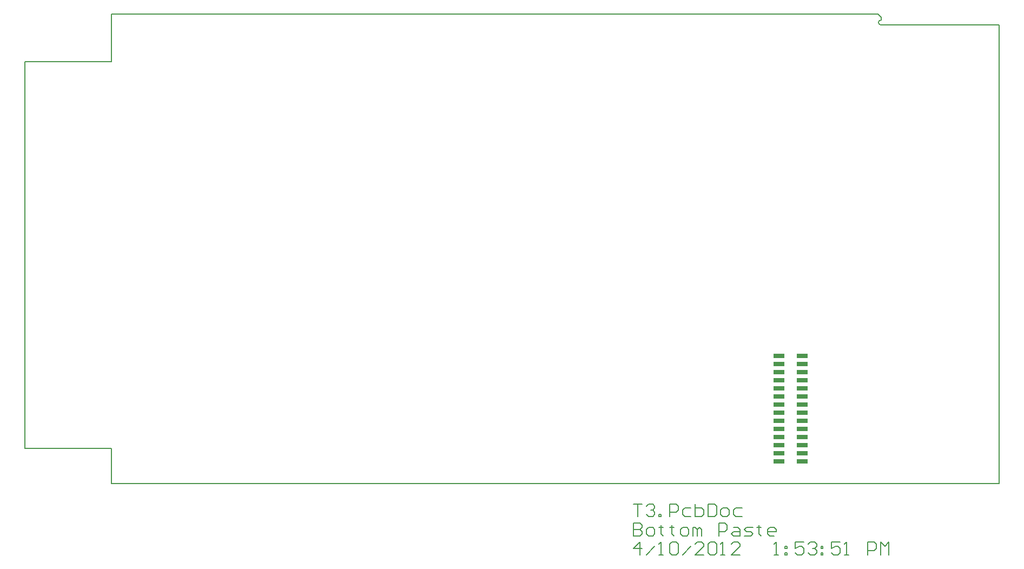
<source format=gbp>
%FSLAX44Y44*%
%MOMM*%
G71*
G01*
G75*
G04 Layer_Color=128*
%ADD10O,1.8000X0.4500*%
%ADD11R,0.5000X0.6000*%
%ADD12R,0.9000X0.8000*%
%ADD13R,0.6000X0.7000*%
%ADD14R,2.3000X0.5000*%
%ADD15R,2.5000X2.0000*%
%ADD16C,0.3810*%
%ADD17C,0.5080*%
%ADD18C,0.2540*%
%ADD19C,0.1270*%
%ADD20C,0.1524*%
%ADD21C,1.3970*%
%ADD22C,0.1270*%
%ADD23C,5.0000*%
%ADD24C,0.2000*%
%ADD25C,1.2700*%
%ADD26C,0.5588*%
%ADD27R,1.6764X0.7366*%
%ADD28O,1.9016X0.5516*%
%ADD29R,0.6016X0.7016*%
%ADD30R,1.0016X0.9016*%
%ADD31R,0.7016X0.8016*%
%ADD32R,2.4016X0.6016*%
%ADD33R,2.6016X2.1016*%
%ADD34C,1.4986*%
%ADD35C,0.2286*%
%ADD36C,5.1016*%
%ADD37C,0.3016*%
%ADD38C,1.3716*%
%ADD39C,0.6604*%
%ADD40R,1.7780X0.8382*%
D19*
X1340000Y725500D02*
G03*
X1340000Y718000I0J-3750D01*
G01*
X1525000Y0D02*
Y718000D01*
X136000Y735000D02*
X1335000D01*
X1340000Y730000D01*
Y725500D02*
Y730000D01*
Y718000D02*
X1525000D01*
X136000Y0D02*
Y55000D01*
X0D02*
X136000D01*
X0D02*
Y660500D01*
X136000D02*
Y735000D01*
X0Y660500D02*
X136000D01*
D20*
X952750Y-61756D02*
Y-81750D01*
X962747D01*
X966079Y-78418D01*
Y-75086D01*
X962747Y-71753D01*
X952750D01*
X962747D01*
X966079Y-68421D01*
Y-65089D01*
X962747Y-61756D01*
X952750D01*
X976076Y-81750D02*
X982740D01*
X986073Y-78418D01*
Y-71753D01*
X982740Y-68421D01*
X976076D01*
X972744Y-71753D01*
Y-78418D01*
X976076Y-81750D01*
X996069Y-65089D02*
Y-68421D01*
X992737D01*
X999402D01*
X996069D01*
Y-78418D01*
X999402Y-81750D01*
X1012731Y-65089D02*
Y-68421D01*
X1009398D01*
X1016063D01*
X1012731D01*
Y-78418D01*
X1016063Y-81750D01*
X1029392D02*
X1036056D01*
X1039389Y-78418D01*
Y-71753D01*
X1036056Y-68421D01*
X1029392D01*
X1026060Y-71753D01*
Y-78418D01*
X1029392Y-81750D01*
X1046053D02*
Y-68421D01*
X1049386D01*
X1052718Y-71753D01*
Y-81750D01*
Y-71753D01*
X1056050Y-68421D01*
X1059382Y-71753D01*
Y-81750D01*
X1086040D02*
Y-61756D01*
X1096037D01*
X1099369Y-65089D01*
Y-71753D01*
X1096037Y-75086D01*
X1086040D01*
X1109366Y-68421D02*
X1116031D01*
X1119363Y-71753D01*
Y-81750D01*
X1109366D01*
X1106034Y-78418D01*
X1109366Y-75086D01*
X1119363D01*
X1126028Y-81750D02*
X1136024D01*
X1139357Y-78418D01*
X1136024Y-75086D01*
X1129360D01*
X1126028Y-71753D01*
X1129360Y-68421D01*
X1139357D01*
X1149353Y-65089D02*
Y-68421D01*
X1146021D01*
X1152685D01*
X1149353D01*
Y-78418D01*
X1152685Y-81750D01*
X1172679D02*
X1166015D01*
X1162682Y-78418D01*
Y-71753D01*
X1166015Y-68421D01*
X1172679D01*
X1176011Y-71753D01*
Y-75086D01*
X1162682D01*
X136000Y0D02*
X1525000D01*
X1172750Y-111750D02*
X1179415D01*
X1176082D01*
Y-91756D01*
X1172750Y-95089D01*
X1189411Y-98421D02*
X1192744D01*
Y-101753D01*
X1189411D01*
Y-98421D01*
Y-108418D02*
X1192744D01*
Y-111750D01*
X1189411D01*
Y-108418D01*
X1219402Y-91756D02*
X1206072D01*
Y-101753D01*
X1212737Y-98421D01*
X1216069D01*
X1219402Y-101753D01*
Y-108418D01*
X1216069Y-111750D01*
X1209405D01*
X1206072Y-108418D01*
X1226066Y-95089D02*
X1229398Y-91756D01*
X1236063D01*
X1239395Y-95089D01*
Y-98421D01*
X1236063Y-101753D01*
X1232731D01*
X1236063D01*
X1239395Y-105085D01*
Y-108418D01*
X1236063Y-111750D01*
X1229398D01*
X1226066Y-108418D01*
X1246060Y-98421D02*
X1249392D01*
Y-101753D01*
X1246060D01*
Y-98421D01*
Y-108418D02*
X1249392D01*
Y-111750D01*
X1246060D01*
Y-108418D01*
X1276050Y-91756D02*
X1262721D01*
Y-101753D01*
X1269385Y-98421D01*
X1272718D01*
X1276050Y-101753D01*
Y-108418D01*
X1272718Y-111750D01*
X1266053D01*
X1262721Y-108418D01*
X1282715Y-111750D02*
X1289379D01*
X1286047D01*
Y-91756D01*
X1282715Y-95089D01*
X1319369Y-111750D02*
Y-91756D01*
X1329366D01*
X1332698Y-95089D01*
Y-101753D01*
X1329366Y-105085D01*
X1319369D01*
X1339363Y-111750D02*
Y-91756D01*
X1346027Y-98421D01*
X1352692Y-91756D01*
Y-111750D01*
X962747D02*
Y-91756D01*
X952750Y-101753D01*
X966079D01*
X972744Y-111750D02*
X986073Y-98421D01*
X992737Y-111750D02*
X999402D01*
X996069D01*
Y-91756D01*
X992737Y-95089D01*
X1009398D02*
X1012731Y-91756D01*
X1019395D01*
X1022727Y-95089D01*
Y-108418D01*
X1019395Y-111750D01*
X1012731D01*
X1009398Y-108418D01*
Y-95089D01*
X1029392Y-111750D02*
X1042721Y-98421D01*
X1062714Y-111750D02*
X1049386D01*
X1062714Y-98421D01*
Y-95089D01*
X1059382Y-91756D01*
X1052718D01*
X1049386Y-95089D01*
X1069379D02*
X1072711Y-91756D01*
X1079376D01*
X1082708Y-95089D01*
Y-108418D01*
X1079376Y-111750D01*
X1072711D01*
X1069379Y-108418D01*
Y-95089D01*
X1089373Y-111750D02*
X1096037D01*
X1092705D01*
Y-91756D01*
X1089373Y-95089D01*
X1119363Y-111750D02*
X1106034D01*
X1119363Y-98421D01*
Y-95089D01*
X1116031Y-91756D01*
X1109366D01*
X1106034Y-95089D01*
X952750Y-31756D02*
X966079D01*
X959415D01*
Y-51750D01*
X972744Y-35089D02*
X976076Y-31756D01*
X982740D01*
X986073Y-35089D01*
Y-38421D01*
X982740Y-41753D01*
X979408D01*
X982740D01*
X986073Y-45086D01*
Y-48418D01*
X982740Y-51750D01*
X976076D01*
X972744Y-48418D01*
X992737Y-51750D02*
Y-48418D01*
X996069D01*
Y-51750D01*
X992737D01*
X1009398D02*
Y-31756D01*
X1019395D01*
X1022727Y-35089D01*
Y-41753D01*
X1019395Y-45086D01*
X1009398D01*
X1042721Y-38421D02*
X1032724D01*
X1029392Y-41753D01*
Y-48418D01*
X1032724Y-51750D01*
X1042721D01*
X1049386Y-31756D02*
Y-51750D01*
X1059382D01*
X1062714Y-48418D01*
Y-45086D01*
Y-41753D01*
X1059382Y-38421D01*
X1049386D01*
X1069379Y-31756D02*
Y-51750D01*
X1079376D01*
X1082708Y-48418D01*
Y-35089D01*
X1079376Y-31756D01*
X1069379D01*
X1092705Y-51750D02*
X1099369D01*
X1102702Y-48418D01*
Y-41753D01*
X1099369Y-38421D01*
X1092705D01*
X1089373Y-41753D01*
Y-48418D01*
X1092705Y-51750D01*
X1122695Y-38421D02*
X1112698D01*
X1109366Y-41753D01*
Y-48418D01*
X1112698Y-51750D01*
X1122695D01*
D27*
X1217095Y34750D02*
D03*
Y47450D02*
D03*
X1180265D02*
D03*
X1217095Y60150D02*
D03*
X1180265D02*
D03*
X1217095Y72850D02*
D03*
X1180265D02*
D03*
X1217095Y85550D02*
D03*
X1180265D02*
D03*
X1217095Y98250D02*
D03*
X1180265D02*
D03*
X1217095Y110950D02*
D03*
X1180265D02*
D03*
Y34750D02*
D03*
X1217095Y123650D02*
D03*
Y136350D02*
D03*
X1180265D02*
D03*
X1217095Y149050D02*
D03*
X1180265D02*
D03*
X1217095Y161750D02*
D03*
X1180265D02*
D03*
X1217095Y174450D02*
D03*
X1180265D02*
D03*
X1217095Y187150D02*
D03*
X1180265D02*
D03*
X1217095Y199850D02*
D03*
X1180265D02*
D03*
Y123650D02*
D03*
M02*

</source>
